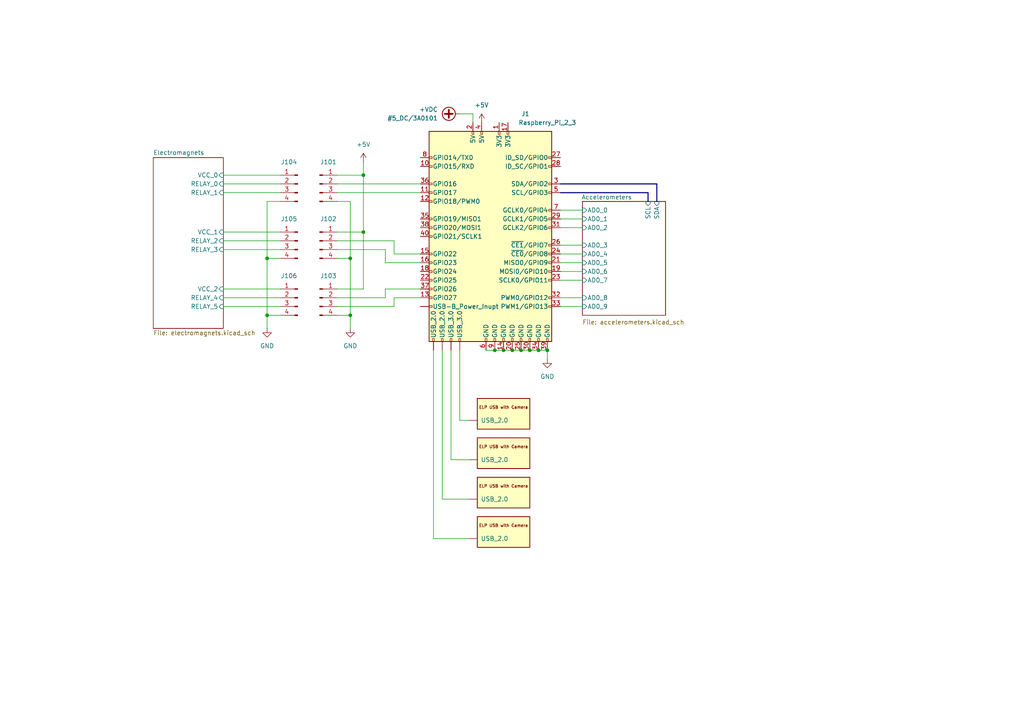
<source format=kicad_sch>
(kicad_sch (version 20230121) (generator eeschema)
  (paper "A4")
  (title_block (title "Data Acquisition and Latching Circuits") (date "2024-02-23") (rev "1") (company "CMD_SAT"))
  (lib_symbols
    (symbol "Connector:Conn_01x04_Pin" (pin_names (offset 1.016) hide)
      (property "Reference" "J" (at 0 5.08 0))
      (property "Value" "Conn_01x04_Pin" (at 0 -7.62 0))
      (symbol "Conn_01x04_Pin_1_1"
        (polyline (pts (xy 1.27 -5.08) (xy 0.8636 -5.08)) (stroke (width 0.1524)))
        (polyline (pts (xy 1.27 -2.54) (xy 0.8636 -2.54)) (stroke (width 0.1524)))
        (polyline (pts (xy 1.27 0) (xy 0.8636 0)) (stroke (width 0.1524)))
        (polyline (pts (xy 1.27 2.54) (xy 0.8636 2.54)) (stroke (width 0.1524)))
        (rectangle (start 0.8636 -4.953) (end 0 -5.207) (stroke (width 0.1524)) (fill (type outline)))
        (rectangle (start 0.8636 -2.413) (end 0 -2.667) (stroke (width 0.1524)) (fill (type outline)))
        (rectangle (start 0.8636 0.127) (end 0 -0.127) (stroke (width 0.1524)) (fill (type outline)))
        (rectangle (start 0.8636 2.667) (end 0 2.413) (stroke (width 0.1524)) (fill (type outline)))
        (pin passive line (at 5.08 2.54 180) (length 3.81) (name "Pin_1") (number "1"))
        (pin passive line (at 5.08 0 180) (length 3.81) (name "Pin_2") (number "2"))
        (pin passive line (at 5.08 -2.54 180) (length 3.81) (name "Pin_3") (number "3"))
        (pin passive line (at 5.08 -5.08 180) (length 3.81) (name "Pin_4") (number "4"))
      )
    )
    (symbol "cam for cmdsat:Flir_LEPTON" (pin_names (offset 1.016))
      (property "Reference" "U" (at -7.62 13.97 0))
      (property "Value" "Flir_LEPTON" (at -7.62 11.43 0))
      (symbol "Flir_LEPTON_0_1"
        (rectangle (start -7.62 8.89) (end 7.62 0) (stroke (width 0.254)) (fill (type background)))
      )
      (symbol "Flir_LEPTON_1_1"
        (text "ELP USB with Camera\n" (at 0 6.35 0) (effects (font (size 0.85 0.85))))
        (pin bidirectional line (at -10.16 2.54 0) (length 2.54) (name "USB_2.0") (number ""))
      )
    )
    (symbol "power:+5V" (power) (pin_names (offset 0))
      (property "Value" "+5V" (at 0 3.556 0))
      (symbol "+5V_0_1"
        (polyline (pts (xy -0.762 1.27) (xy 0 2.54)))
        (polyline (pts (xy 0 0) (xy 0 2.54)))
        (polyline (pts (xy 0 2.54) (xy 0.762 1.27)))
      )
      (symbol "+5V_1_1"
        (pin power_in line (at 0 0 90) (length 0) hide (name "+5V") (number "1"))
      )
    )
    (symbol "power:+VDC" (power) (pin_names (offset 0))
      (property "Value" "+VDC" (at 0 6.35 0))
      (symbol "+VDC_0_1"
        (polyline (pts (xy -1.143 3.175) (xy 1.143 3.175)) (stroke (width 0.508)))
        (polyline (pts (xy 0 0) (xy 0 1.27)))
        (polyline (pts (xy 0 2.032) (xy 0 4.318)) (stroke (width 0.508)))
        (circle (center 0 3.175) (radius 1.905) (stroke (width 0.254)))
      )
      (symbol "+VDC_1_1"
        (pin power_in line (at 0 0 90) (length 0) hide (name "+VDC") (number "1"))
      )
    )
    (symbol "power:GND" (power) (pin_names (offset 0))
      (property "Value" "GND" (at 0 -3.81 0))
      (symbol "GND_0_1"
        (polyline (pts (xy 0 0) (xy 0 -1.27) (xy 1.27 -1.27) (xy 0 -2.54) (xy -1.27 -1.27) (xy 0 -1.27)))
      )
      (symbol "GND_1_1"
        (pin power_in line (at 0 0 270) (length 0) hide (name "GND") (number "1"))
      )
    )
    (symbol "raspberry_pi_2_3:Raspberry_Pi_2_3" (pin_names (offset 1.016))
      (property "Reference" "J" (at -17.78 31.75 0))
      (property "Value" "Raspberry_Pi_2_3" (at 20.32 -25.4 0))
      (symbol "Raspberry_Pi_2_3_0_1"
        (rectangle (start -17.78 30.48) (end 17.78 -30.48) (stroke (width 0.254)) (fill (type background)))
      )
      (symbol "Raspberry_Pi_2_3_1_1"
        (rectangle (start -17.78 -20.574) (end -16.891 -20.066))
        (rectangle (start -16.891 -17.526) (end -17.78 -18.034))
        (rectangle (start -16.891 -14.986) (end -17.78 -15.494))
        (rectangle (start -16.891 -12.446) (end -17.78 -12.954))
        (rectangle (start -16.891 -9.906) (end -17.78 -10.414))
        (rectangle (start -16.891 -7.366) (end -17.78 -7.874))
        (rectangle (start -16.891 -4.826) (end -17.78 -5.334))
        (rectangle (start -16.891 0.254) (end -17.78 -0.254))
        (rectangle (start -16.891 2.794) (end -17.78 2.286))
        (rectangle (start -16.891 5.334) (end -17.78 4.826))
        (rectangle (start -16.891 10.414) (end -17.78 9.906))
        (rectangle (start -16.891 12.954) (end -17.78 12.446))
        (rectangle (start -16.891 15.494) (end -17.78 14.986))
        (rectangle (start -16.891 20.574) (end -17.78 20.066))
        (rectangle (start -16.891 23.114) (end -17.78 22.606))
        (rectangle (start -16.764 -29.591) (end -16.256 -30.48))
        (rectangle (start -14.224 -29.591) (end -13.716 -30.48))
        (rectangle (start -11.684 -29.591) (end -11.176 -30.48))
        (rectangle (start -9.144 -29.591) (end -8.636 -30.48))
        (rectangle (start -5.334 30.48) (end -4.826 29.591))
        (rectangle (start -2.794 30.48) (end -2.286 29.591))
        (rectangle (start -1.524 -29.591) (end -1.016 -30.48))
        (rectangle (start 1.016 -29.591) (end 1.524 -30.48))
        (rectangle (start 2.286 30.48) (end 2.794 29.591))
        (rectangle (start 3.556 -29.591) (end 4.064 -30.48))
        (rectangle (start 4.826 30.48) (end 5.334 29.591))
        (rectangle (start 6.096 -29.591) (end 6.604 -30.48))
        (rectangle (start 8.636 -29.591) (end 9.144 -30.48))
        (rectangle (start 11.176 -29.591) (end 11.684 -30.48))
        (rectangle (start 13.716 -29.591) (end 14.224 -30.48))
        (rectangle (start 16.256 -29.591) (end 16.764 -30.48))
        (rectangle (start 17.78 -20.066) (end 16.891 -20.574))
        (rectangle (start 17.78 -17.526) (end 16.891 -18.034))
        (rectangle (start 17.78 -12.446) (end 16.891 -12.954))
        (rectangle (start 17.78 -9.906) (end 16.891 -10.414))
        (rectangle (start 17.78 -7.366) (end 16.891 -7.874))
        (rectangle (start 17.78 -4.826) (end 16.891 -5.334))
        (rectangle (start 17.78 -2.286) (end 16.891 -2.794))
        (rectangle (start 17.78 2.794) (end 16.891 2.286))
        (rectangle (start 17.78 5.334) (end 16.891 4.826))
        (rectangle (start 17.78 7.874) (end 16.891 7.366))
        (rectangle (start 17.78 12.954) (end 16.891 12.446))
        (rectangle (start 17.78 15.494) (end 16.891 14.986))
        (rectangle (start 17.78 20.574) (end 16.891 20.066))
        (rectangle (start 17.78 23.114) (end 16.891 22.606))
        (pin power_in line (at -20.32 -20.32 0) (length 2.54) (name "USB-B_Power_Inupt") (number ""))
        (pin input line (at -16.51 -33.02 90) (length 2.54) (name "USB_2.0") (number ""))
        (pin input line (at -13.97 -33.02 90) (length 2.54) (name "USB_2.0") (number ""))
        (pin input line (at -11.43 -33.02 90) (length 2.54) (name "USB_3.0") (number ""))
        (pin input line (at -8.89 -33.02 90) (length 2.54) (name "USB_3.0") (number ""))
        (pin power_out line (at 2.54 33.02 270) (length 2.54) (name "3V3") (number "1"))
        (pin bidirectional line (at -20.32 20.32 0) (length 2.54) (name "GPIO15/RXD") (number "10"))
        (pin bidirectional line (at -20.32 12.7 0) (length 2.54) (name "GPIO17") (number "11"))
        (pin bidirectional line (at -20.32 10.16 0) (length 2.54) (name "GPIO18/PWM0") (number "12"))
        (pin bidirectional line (at -20.32 -17.78 0) (length 2.54) (name "GPIO27") (number "13"))
        (pin power_in line (at 3.81 -33.02 90) (length 2.54) (name "GND") (number "14"))
        (pin bidirectional line (at -20.32 -5.08 0) (length 2.54) (name "GPIO22") (number "15"))
        (pin bidirectional line (at -20.32 -7.62 0) (length 2.54) (name "GPIO23") (number "16"))
        (pin power_out line (at 5.08 33.02 270) (length 2.54) (name "3V3") (number "17"))
        (pin bidirectional line (at -20.32 -10.16 0) (length 2.54) (name "GPIO24") (number "18"))
        (pin bidirectional line (at 20.32 -10.16 180) (length 2.54) (name "MOSI0/GPIO10") (number "19"))
        (pin power_out line (at -5.08 33.02 270) (length 2.54) (name "5V") (number "2"))
        (pin power_in line (at 6.35 -33.02 90) (length 2.54) (name "GND") (number "20"))
        (pin bidirectional line (at 20.32 -7.62 180) (length 2.54) (name "MISO0/GPIO9") (number "21"))
        (pin bidirectional line (at -20.32 -12.7 0) (length 2.54) (name "GPIO25") (number "22"))
        (pin bidirectional line (at 20.32 -12.7 180) (length 2.54) (name "SCLK0/GPIO11") (number "23"))
        (pin bidirectional line (at 20.32 -5.08 180) (length 2.54) (name "~{CE0}/GPIO8") (number "24"))
        (pin power_in line (at 8.89 -33.02 90) (length 2.54) (name "GND") (number "25"))
        (pin bidirectional line (at 20.32 -2.54 180) (length 2.54) (name "~{CE1}/GPIO7") (number "26"))
        (pin bidirectional line (at 20.32 22.86 180) (length 2.54) (name "ID_SD/GPIO0") (number "27"))
        (pin bidirectional line (at 20.32 20.32 180) (length 2.54) (name "ID_SC/GPIO1") (number "28"))
        (pin bidirectional line (at 20.32 5.08 180) (length 2.54) (name "GCLK1/GPIO5") (number "29"))
        (pin bidirectional line (at 20.32 15.24 180) (length 2.54) (name "SDA/GPIO2") (number "3"))
        (pin power_in line (at 11.43 -33.02 90) (length 2.54) (name "GND") (number "30"))
        (pin bidirectional line (at 20.32 2.54 180) (length 2.54) (name "GCLK2/GPIO6") (number "31"))
        (pin bidirectional line (at 20.32 -17.78 180) (length 2.54) (name "PWM0/GPIO12") (number "32"))
        (pin bidirectional line (at 20.32 -20.32 180) (length 2.54) (name "PWM1/GPIO13") (number "33"))
        (pin power_in line (at 13.97 -33.02 90) (length 2.54) (name "GND") (number "34"))
        (pin bidirectional line (at -20.32 5.08 0) (length 2.54) (name "GPIO19/MISO1") (number "35"))
        (pin bidirectional line (at -20.32 15.24 0) (length 2.54) (name "GPIO16") (number "36"))
        (pin bidirectional line (at -20.32 -15.24 0) (length 2.54) (name "GPIO26") (number "37"))
        (pin bidirectional line (at -20.32 2.54 0) (length 2.54) (name "GPIO20/MOSI1") (number "38"))
        (pin power_in line (at 16.51 -33.02 90) (length 2.54) (name "GND") (number "39"))
        (pin power_out line (at -2.54 33.02 270) (length 2.54) (name "5V") (number "4"))
        (pin bidirectional line (at -20.32 0 0) (length 2.54) (name "GPIO21/SCLK1") (number "40"))
        (pin bidirectional line (at 20.32 12.7 180) (length 2.54) (name "SCL/GPIO3") (number "5"))
        (pin power_in line (at -1.27 -33.02 90) (length 2.54) (name "GND") (number "6"))
        (pin bidirectional line (at 20.32 7.62 180) (length 2.54) (name "GCLK0/GPIO4") (number "7"))
        (pin bidirectional line (at -20.32 22.86 0) (length 2.54) (name "GPIO14/TXD") (number "8"))
        (pin power_in line (at 1.27 -33.02 90) (length 2.54) (name "GND") (number "9"))
      )
    )
  )
  (junction (at 105.41 50.8))
  (junction (at 101.6 74.93))
  (junction (at 151.13 101.6))
  (junction (at 148.59 101.6))
  (junction (at 156.21 101.6))
  (junction (at 158.75 101.6))
  (junction (at 77.47 74.93))
  (junction (at 77.47 91.44))
  (junction (at 146.05 101.6))
  (junction (at 101.6 91.44))
  (junction (at 105.41 67.31))
  (junction (at 153.67 101.6))
  (junction (at 143.51 101.6))
  (wire (pts (xy 140.97 101.6) (xy 143.51 101.6)))
  (wire (pts (xy 137.16 33.02) (xy 133.35 33.02)))
  (wire (pts (xy 105.41 50.8) (xy 105.41 67.31)))
  (wire (pts (xy 114.3 69.85) (xy 97.79 69.85)))
  (wire (pts (xy 97.79 55.88) (xy 121.92 55.88)))
  (wire (pts (xy 64.77 83.82) (xy 81.28 83.82)))
  (wire (pts (xy 128.27 144.78) (xy 135.89 144.78)))
  (wire (pts (xy 101.6 91.44) (xy 101.6 95.25)))
  (wire (pts (xy 162.56 81.28) (xy 168.91 81.28)))
  (wire (pts (xy 156.21 101.6) (xy 158.75 101.6)))
  (wire (pts (xy 105.41 67.31) (xy 97.79 67.31)))
  (wire (pts (xy 64.77 86.36) (xy 81.28 86.36)))
  (wire (pts (xy 77.47 74.93) (xy 77.47 91.44)))
  (wire (pts (xy 111.76 76.2) (xy 111.76 72.39)))
  (wire (pts (xy 130.81 101.6) (xy 130.81 133.35)))
  (wire (pts (xy 135.89 156.21) (xy 125.73 156.21)))
  (wire (pts (xy 133.35 121.92) (xy 135.89 121.92)))
  (wire (pts (xy 133.35 121.92) (xy 133.35 101.6)))
  (wire (pts (xy 114.3 86.36) (xy 114.3 88.9)))
  (wire (pts (xy 97.79 74.93) (xy 101.6 74.93)))
  (bus (pts (xy 187.96 58.42) (xy 187.96 55.88)))
  (wire (pts (xy 125.73 101.6) (xy 125.73 156.21)))
  (wire (pts (xy 162.56 66.04) (xy 168.91 66.04)))
  (wire (pts (xy 97.79 86.36) (xy 111.76 86.36)))
  (wire (pts (xy 162.56 63.5) (xy 168.91 63.5)))
  (wire (pts (xy 77.47 91.44) (xy 77.47 95.25)))
  (wire (pts (xy 64.77 55.88) (xy 81.28 55.88)))
  (wire (pts (xy 162.56 60.96) (xy 168.91 60.96)))
  (wire (pts (xy 77.47 58.42) (xy 77.47 74.93)))
  (bus (pts (xy 190.5 53.34) (xy 190.5 58.42)))
  (wire (pts (xy 146.05 101.6) (xy 148.59 101.6)))
  (wire (pts (xy 137.16 33.02) (xy 137.16 35.56)))
  (bus (pts (xy 162.56 55.88) (xy 187.96 55.88)))
  (wire (pts (xy 121.92 76.2) (xy 111.76 76.2)))
  (wire (pts (xy 162.56 86.36) (xy 168.91 86.36)))
  (wire (pts (xy 97.79 50.8) (xy 105.41 50.8)))
  (wire (pts (xy 151.13 101.6) (xy 153.67 101.6)))
  (wire (pts (xy 64.77 69.85) (xy 81.28 69.85)))
  (wire (pts (xy 111.76 83.82) (xy 121.92 83.82)))
  (wire (pts (xy 114.3 73.66) (xy 114.3 69.85)))
  (wire (pts (xy 162.56 76.2) (xy 168.91 76.2)))
  (wire (pts (xy 77.47 74.93) (xy 81.28 74.93)))
  (wire (pts (xy 101.6 58.42) (xy 101.6 74.93)))
  (wire (pts (xy 114.3 88.9) (xy 97.79 88.9)))
  (wire (pts (xy 111.76 72.39) (xy 97.79 72.39)))
  (wire (pts (xy 143.51 101.6) (xy 146.05 101.6)))
  (bus (pts (xy 162.56 53.34) (xy 190.5 53.34)))
  (wire (pts (xy 64.77 72.39) (xy 81.28 72.39)))
  (wire (pts (xy 101.6 74.93) (xy 101.6 91.44)))
  (wire (pts (xy 101.6 91.44) (xy 97.79 91.44)))
  (wire (pts (xy 121.92 73.66) (xy 114.3 73.66)))
  (wire (pts (xy 153.67 101.6) (xy 156.21 101.6)))
  (wire (pts (xy 64.77 88.9) (xy 81.28 88.9)))
  (wire (pts (xy 97.79 53.34) (xy 121.92 53.34)))
  (wire (pts (xy 162.56 78.74) (xy 168.91 78.74)))
  (wire (pts (xy 128.27 101.6) (xy 128.27 144.78)))
  (wire (pts (xy 64.77 67.31) (xy 81.28 67.31)))
  (wire (pts (xy 130.81 133.35) (xy 135.89 133.35)))
  (wire (pts (xy 64.77 53.34) (xy 81.28 53.34)))
  (wire (pts (xy 81.28 58.42) (xy 77.47 58.42)))
  (wire (pts (xy 162.56 73.66) (xy 168.91 73.66)))
  (wire (pts (xy 64.77 50.8) (xy 81.28 50.8)))
  (wire (pts (xy 121.92 86.36) (xy 114.3 86.36)))
  (wire (pts (xy 162.56 88.9) (xy 168.91 88.9)))
  (wire (pts (xy 158.75 101.6) (xy 158.75 104.14)))
  (wire (pts (xy 105.41 50.8) (xy 105.41 46.99)))
  (wire (pts (xy 105.41 67.31) (xy 105.41 83.82)))
  (wire (pts (xy 97.79 58.42) (xy 101.6 58.42)))
  (wire (pts (xy 105.41 83.82) (xy 97.79 83.82)))
  (wire (pts (xy 148.59 101.6) (xy 151.13 101.6)))
  (wire (pts (xy 162.56 71.12) (xy 168.91 71.12)))
  (wire (pts (xy 77.47 91.44) (xy 81.28 91.44)))
  (wire (pts (xy 111.76 86.36) (xy 111.76 83.82)))
  (symbol (lib_id "power:GND") (at 101.6 95.25 0) (unit 1)
    (property "Reference" "#PWR0102" (effects hide))
    (property "Value" "GND" (at 101.6 100.33 0))
  )
  (symbol (lib_id "power:GND") (at 77.47 95.25 0) (mirror y) (unit 1)
    (property "Reference" "#PWR0103" (effects hide))
    (property "Value" "GND" (at 77.47 100.33 0))
  )
  (symbol (lib_id "raspberry_pi_2_3:Raspberry_Pi_2_3") (at 142.24 68.58 0) (unit 1)
    (property "Reference" "J1" (at 152.4 33.02 0))
    (property "Value" "Raspberry_Pi_2_3" (at 158.75 35.56 0))
    (property "Datasheet" "https://www.raspberrypi.org/documentation/hardware/raspberrypi/schematics/rpi_SCH_3bplus_1p0_reduced.pdf" (effects hide))
  )
  (symbol (lib_id "Connector:Conn_01x04_Pin") (at 92.71 69.85 0) (unit 1)
    (property "Reference" "J102" (at 95.25 63.5 0))
    (property "Value" "Conn_01x04_Pin" (effects hide))
  )
  (symbol (lib_id "Connector:Conn_01x04_Pin") (at 86.36 69.85 0) (mirror y) (unit 1)
    (property "Reference" "J105" (at 83.82 63.5 0))
    (property "Value" "Conn_01x04_Pin" (effects hide))
  )
  (symbol (lib_id "Connector:Conn_01x04_Pin") (at 86.36 86.36 0) (mirror y) (unit 1)
    (property "Reference" "J106" (at 83.82 80.01 0))
    (property "Value" "Conn_01x04_Pin" (effects hide))
  )
  (symbol (lib_id "cam for cmdsat:Flir_LEPTON") (at 146.05 135.89 0) (unit 1)
    (property "Reference" "U12" (effects hide))
    (property "Value" "Flir_LEPTON" (effects hide))
    (property "Datasheet" "https://cdn.sparkfun.com/datasheets/Sensors/Infrared/FLIR_Lepton_Data_Brief.pdf" (effects hide))
  )
  (symbol (lib_id "power:+5V") (at 105.41 46.99 0) (unit 1)
    (property "Reference" "#PWR0101" (effects hide))
    (property "Value" "+5V" (at 105.41 41.91 0))
  )
  (symbol (lib_id "Connector:Conn_01x04_Pin") (at 92.71 53.34 0) (unit 1)
    (property "Reference" "J101" (at 95.25 46.99 0))
    (property "Value" "Conn_01x04_Pin" (effects hide))
  )
  (symbol (lib_id "cam for cmdsat:Flir_LEPTON") (at 146.05 147.32 0) (unit 1)
    (property "Reference" "U13" (effects hide))
    (property "Value" "Flir_LEPTON" (effects hide))
    (property "Datasheet" "https://cdn.sparkfun.com/datasheets/Sensors/Infrared/FLIR_Lepton_Data_Brief.pdf" (effects hide))
  )
  (symbol (lib_id "Connector:Conn_01x04_Pin") (at 92.71 86.36 0) (unit 1)
    (property "Reference" "J103" (at 95.25 80.01 0))
    (property "Value" "Conn_01x04_Pin" (effects hide))
  )
  (symbol (lib_id "cam for cmdsat:Flir_LEPTON") (at 146.05 124.46 0) (unit 1)
    (property "Reference" "U11" (effects hide))
    (property "Value" "Flir_LEPTON" (effects hide))
    (property "Datasheet" "https://cdn.sparkfun.com/datasheets/Sensors/Infrared/FLIR_Lepton_Data_Brief.pdf" (effects hide))
  )
  (symbol (lib_id "Connector:Conn_01x04_Pin") (at 86.36 53.34 0) (mirror y) (unit 1)
    (property "Reference" "J104" (at 83.82 46.99 0))
    (property "Value" "Conn_01x04_Pin" (effects hide))
  )
  (symbol (lib_id "power:+5V") (at 139.7 35.56 0) (unit 1)
    (property "Reference" "#PWR01" (effects hide))
    (property "Value" "+5V" (at 139.7 30.48 0))
  )
  (symbol (lib_id "power:+VDC") (at 133.35 33.02 90) (unit 1)
    (property "Reference" "#5_DC/3A" (at 127 34.29 90) (effects (justify left)))
    (property "Value" "+VDC" (at 127 31.75 90) (effects (justify left)))
  )
  (symbol (lib_id "power:GND") (at 158.75 104.14 0) (unit 1)
    (property "Reference" "#PWR024" (effects hide))
    (property "Value" "GND" (at 158.75 109.22 0))
  )
  (symbol (lib_id "cam for cmdsat:Flir_LEPTON") (at 146.05 158.75 0) (unit 1)
    (property "Reference" "U14" (effects hide))
    (property "Value" "Flir_LEPTON" (effects hide))
    (property "Datasheet" "https://cdn.sparkfun.com/datasheets/Sensors/Infrared/FLIR_Lepton_Data_Brief.pdf" (effects hide))
  )
  (sheet (at 44.45 45.72) (size 20.32 49.53) (stroke (width 0.1524))
    (property "Sheetname" "Electromagnets" (at 44.45 45.0084 0) (effects (justify left bottom)))
    (property "Sheetfile" "electromagnets.kicad_sch" (at 44.45 95.8346 0) (effects (justify left top)))
    (pin "RELAY_4" input (at 64.77 86.36 0))
    (pin "RELAY_1" input (at 64.77 55.88 0))
    (pin "RELAY_0" input (at 64.77 53.34 0))
    (pin "RELAY_5" input (at 64.77 88.9 0))
    (pin "RELAY_3" input (at 64.77 72.39 0))
    (pin "RELAY_2" input (at 64.77 69.85 0))
    (pin "VCC_1" input (at 64.77 67.31 0))
    (pin "VCC_0" input (at 64.77 50.8 0))
    (pin "VCC_2" input (at 64.77 83.82 0))
  )
  (sheet (at 168.91 58.42) (size 24.13 33.02) (stroke (width 0.1524))
    (property "Sheetname" "Accelerometers" (at 168.6478 57.9345 0) (effects (justify left bottom)))
    (property "Sheetfile" "accelerometers.kicad_sch" (at 168.91 92.71 0) (effects (justify left top)))
    (pin "AD0_2" input (at 168.91 66.04 180))
    (pin "AD0_1" input (at 168.91 63.5 180))
    (pin "AD0_7" input (at 168.91 81.28 180))
    (pin "AD0_5" input (at 168.91 76.2 180))
    (pin "AD0_6" input (at 168.91 78.74 180))
    (pin "AD0_4" input (at 168.91 73.66 180))
    (pin "AD0_3" input (at 168.91 71.12 180))
    (pin "AD0_9" input (at 168.91 88.9 180))
    (pin "AD0_8" input (at 168.91 86.36 180))
    (pin "SCL" input (at 187.96 58.42 90))
    (pin "SDA" input (at 190.5 58.42 90))
    (pin "AD0_0" input (at 168.91 60.96 180))
  )
)
</source>
